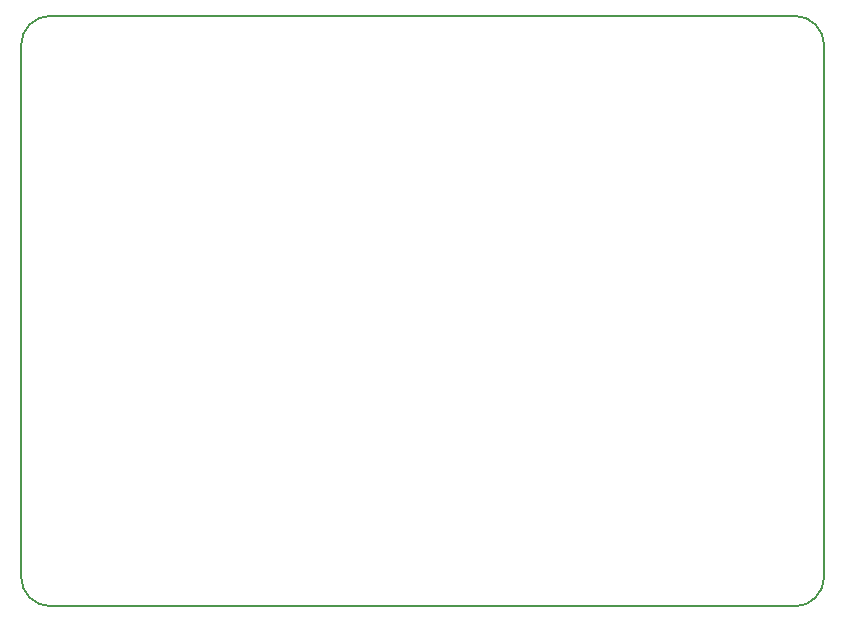
<source format=gm1>
G04 #@! TF.GenerationSoftware,KiCad,Pcbnew,(5.0.2)-1*
G04 #@! TF.CreationDate,2019-10-01T18:53:06+02:00*
G04 #@! TF.ProjectId,EleLab_v2_PowerFeed,456c654c-6162-45f7-9632-5f506f776572,rev?*
G04 #@! TF.SameCoordinates,Original*
G04 #@! TF.FileFunction,Profile,NP*
%FSLAX46Y46*%
G04 Gerber Fmt 4.6, Leading zero omitted, Abs format (unit mm)*
G04 Created by KiCad (PCBNEW (5.0.2)-1) date 01/10/2019 18:53:06*
%MOMM*%
%LPD*%
G01*
G04 APERTURE LIST*
%ADD10C,0.150000*%
G04 APERTURE END LIST*
D10*
X132000000Y-127500000D02*
X132000000Y-82500000D01*
X197500000Y-130000000D02*
X134500000Y-130000000D01*
X200000000Y-82500000D02*
X200000000Y-127500000D01*
X134500000Y-80000000D02*
X197500000Y-80000000D01*
X132000000Y-82500000D02*
G75*
G02X134500000Y-80000000I2500000J0D01*
G01*
X134500000Y-130000000D02*
G75*
G02X132000000Y-127500000I0J2500000D01*
G01*
X200000000Y-127500000D02*
G75*
G02X197500000Y-130000000I-2500000J0D01*
G01*
X197500000Y-80000000D02*
G75*
G02X200000000Y-82500000I0J-2500000D01*
G01*
M02*

</source>
